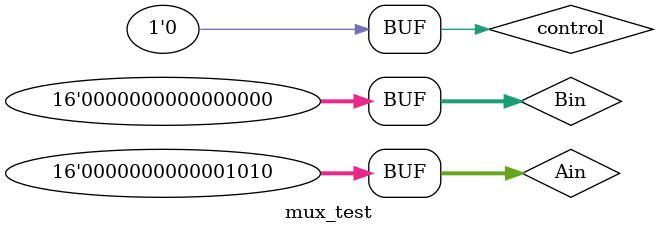
<source format=v>
`timescale 1ns / 1ps

module mux_test;

	reg [15:0] Ain;
	reg [15:0] Bin;
	reg control;
	wire [15:0] mux_out;

	mux#(16) uut (
		.Ain(Ain), 
		.Bin(Bin), 
		.control(control), 
		.mux_out(mux_out)
	);

	initial begin
		Ain <= 0;
		Bin <= 0;
		control <= 0;
        #10;
        
        Ain <= 5'd10;
        Bin <= 5'd56;
        control <= 5'd0;
        //Expected: 10
        
        #10;
        control <= 1; //Expected 56 --> interesting error, discuss in report
        #10;
        
         Ain <= 5'd3;
         Bin <= 5'd2;
         control <= 5'd1;
         //Expected: 2
         
         #10;
         
         
         Ain <= 5'd10;
         Bin <= 5'd0;
         control <= 5'd0;
                //Expected: 10

	end
      
endmodule


</source>
